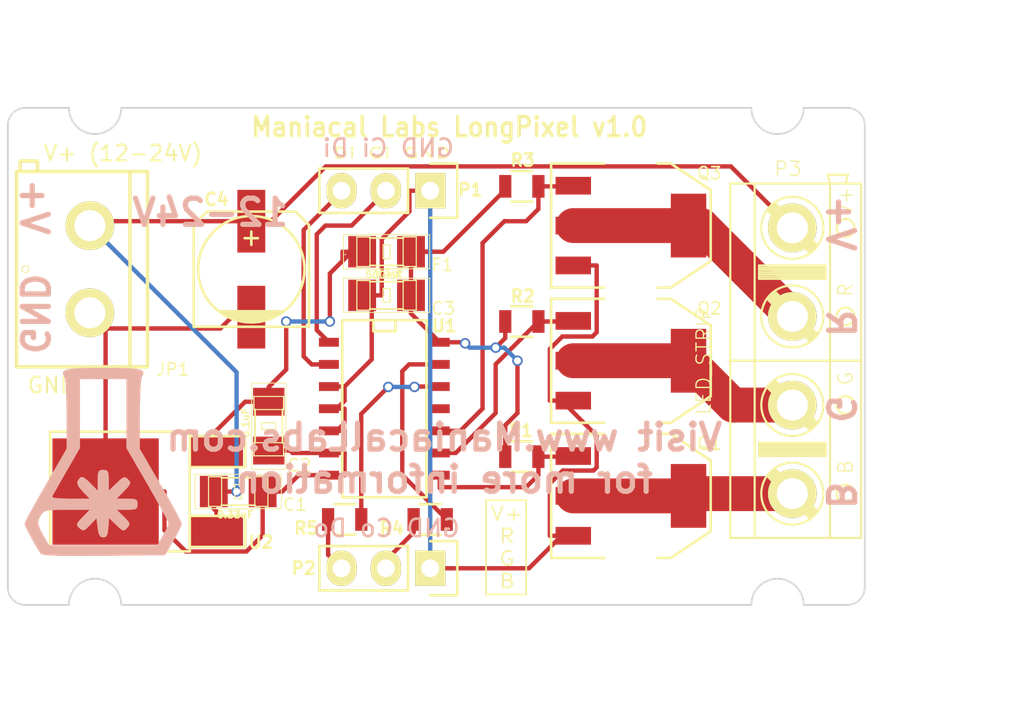
<source format=kicad_pcb>
(kicad_pcb (version 20171130) (host pcbnew "(5.1.12)-1")

  (general
    (thickness 1.6)
    (drawings 37)
    (tracks 174)
    (zones 0)
    (modules 20)
    (nets 17)
  )

  (page A4)
  (layers
    (0 F.Cu signal)
    (31 B.Cu signal)
    (32 B.Adhes user)
    (33 F.Adhes user hide)
    (34 B.Paste user)
    (35 F.Paste user)
    (36 B.SilkS user)
    (37 F.SilkS user)
    (38 B.Mask user)
    (39 F.Mask user)
    (40 Dwgs.User user)
    (41 Cmts.User user)
    (42 Eco1.User user)
    (43 Eco2.User user)
    (44 Edge.Cuts user)
    (45 Margin user)
    (46 B.CrtYd user)
    (47 F.CrtYd user hide)
    (48 B.Fab user)
    (49 F.Fab user)
  )

  (setup
    (last_trace_width 0.25)
    (user_trace_width 0.5)
    (user_trace_width 2)
    (user_trace_width 7)
    (trace_clearance 0.2)
    (zone_clearance 0.4)
    (zone_45_only no)
    (trace_min 0.2)
    (via_size 0.6)
    (via_drill 0.4)
    (via_min_size 0.4)
    (via_min_drill 0.3)
    (uvia_size 0.3)
    (uvia_drill 0.1)
    (uvias_allowed no)
    (uvia_min_size 0.2)
    (uvia_min_drill 0.1)
    (edge_width 0.1)
    (segment_width 0.1)
    (pcb_text_width 0.3)
    (pcb_text_size 1.5 1.5)
    (mod_edge_width 0.15)
    (mod_text_size 1 1)
    (mod_text_width 0.15)
    (pad_size 1.5 1.5)
    (pad_drill 0.6)
    (pad_to_mask_clearance 0)
    (aux_axis_origin 0 0)
    (visible_elements 7FFEFFFF)
    (pcbplotparams
      (layerselection 0x010f0_80000001)
      (usegerberextensions false)
      (usegerberattributes true)
      (usegerberadvancedattributes true)
      (creategerberjobfile true)
      (excludeedgelayer true)
      (linewidth 0.100000)
      (plotframeref false)
      (viasonmask false)
      (mode 1)
      (useauxorigin false)
      (hpglpennumber 1)
      (hpglpenspeed 20)
      (hpglpendiameter 15.000000)
      (psnegative false)
      (psa4output false)
      (plotreference true)
      (plotvalue false)
      (plotinvisibletext false)
      (padsonsilk false)
      (subtractmaskfromsilk false)
      (outputformat 1)
      (mirror false)
      (drillshape 0)
      (scaleselection 1)
      (outputdirectory "gerberMini/"))
  )

  (net 0 "")
  (net 1 12V)
  (net 2 GND)
  (net 3 5V)
  (net 4 CKI)
  (net 5 SDI)
  (net 6 CKO)
  (net 7 SDO)
  (net 8 "Net-(P3-Pad4)")
  (net 9 "Net-(P3-Pad3)")
  (net 10 "Net-(P3-Pad2)")
  (net 11 "Net-(Q1-Pad1)")
  (net 12 "Net-(Q2-Pad1)")
  (net 13 "Net-(Q3-Pad1)")
  (net 14 +5V)
  (net 15 "Net-(P2-Pad2)")
  (net 16 "Net-(P2-Pad3)")

  (net_class Default "This is the default net class."
    (clearance 0.2)
    (trace_width 0.25)
    (via_dia 0.6)
    (via_drill 0.4)
    (uvia_dia 0.3)
    (uvia_drill 0.1)
    (add_net +5V)
    (add_net 12V)
    (add_net 5V)
    (add_net CKI)
    (add_net CKO)
    (add_net GND)
    (add_net "Net-(P2-Pad2)")
    (add_net "Net-(P2-Pad3)")
    (add_net "Net-(P3-Pad2)")
    (add_net "Net-(P3-Pad3)")
    (add_net "Net-(P3-Pad4)")
    (add_net "Net-(Q1-Pad1)")
    (add_net "Net-(Q2-Pad1)")
    (add_net "Net-(Q3-Pad1)")
    (add_net SDI)
    (add_net SDO)
  )

  (net_class 12VCap ""
    (clearance 0.2)
    (trace_width 1)
    (via_dia 0.6)
    (via_drill 0.4)
    (uvia_dia 0.3)
    (uvia_drill 0.1)
  )

  (module ML_Kicad_Footprints:ML_SparkFun-1206 (layer F.Cu) (tedit 55EB8FD6) (tstamp 55EA29DC)
    (at 50.5 39)
    (path /556A4134)
    (attr smd)
    (fp_text reference C1 (at 3.25 0.75) (layer F.SilkS)
      (effects (font (size 0.7 0.7) (thickness 0.0889)))
    )
    (fp_text value 0.33uF (at -0.1778 1.3208) (layer F.SilkS)
      (effects (font (size 0.4064 0.4064) (thickness 0.0889)))
    )
    (fp_line (start -1.7018 0.8509) (end -0.94996 0.8509) (layer F.SilkS) (width 0.06604))
    (fp_line (start -0.94996 0.8509) (end -0.94996 -0.84836) (layer F.SilkS) (width 0.06604))
    (fp_line (start -1.7018 -0.84836) (end -0.94996 -0.84836) (layer F.SilkS) (width 0.06604))
    (fp_line (start -1.7018 0.8509) (end -1.7018 -0.84836) (layer F.SilkS) (width 0.06604))
    (fp_line (start 0.94996 0.84836) (end 1.7018 0.84836) (layer F.SilkS) (width 0.06604))
    (fp_line (start 1.7018 0.84836) (end 1.7018 -0.8509) (layer F.SilkS) (width 0.06604))
    (fp_line (start 0.94996 -0.8509) (end 1.7018 -0.8509) (layer F.SilkS) (width 0.06604))
    (fp_line (start 0.94996 0.84836) (end 0.94996 -0.8509) (layer F.SilkS) (width 0.06604))
    (fp_line (start -0.19812 0.39878) (end 0.19812 0.39878) (layer F.SilkS) (width 0.06604))
    (fp_line (start 0.19812 0.39878) (end 0.19812 -0.39878) (layer F.SilkS) (width 0.06604))
    (fp_line (start -0.19812 -0.39878) (end 0.19812 -0.39878) (layer F.SilkS) (width 0.06604))
    (fp_line (start -0.19812 0.39878) (end -0.19812 -0.39878) (layer F.SilkS) (width 0.06604))
    (fp_line (start -2.47142 -0.98298) (end 2.47142 -0.98298) (layer F.SilkS) (width 0.0508))
    (fp_line (start 2.47142 0.98298) (end -2.47142 0.98298) (layer F.SilkS) (width 0.0508))
    (fp_line (start -2.47142 0.98298) (end -2.47142 -0.98298) (layer F.SilkS) (width 0.0508))
    (fp_line (start 2.47142 -0.98298) (end 2.47142 0.98298) (layer F.SilkS) (width 0.0508))
    (fp_line (start -0.96266 -0.78486) (end 0.96266 -0.78486) (layer F.SilkS) (width 0.1016))
    (fp_line (start -0.96266 0.78486) (end 0.96266 0.78486) (layer F.SilkS) (width 0.1016))
    (pad 1 smd rect (at -1.39954 0) (size 1.59766 1.79832) (layers F.Cu F.Paste F.Mask)
      (net 1 12V))
    (pad 2 smd rect (at 1.39954 0) (size 1.59766 1.79832) (layers F.Cu F.Paste F.Mask)
      (net 2 GND))
  )

  (module ML_Kicad_Footprints:ML_SparkFun-1206 (layer F.Cu) (tedit 55EB8FD5) (tstamp 55EA29F4)
    (at 52.25 35.25 270)
    (path /556A40EF)
    (attr smd)
    (fp_text reference C2 (at 2.25 -1.75) (layer F.SilkS)
      (effects (font (size 0.7 0.7) (thickness 0.0889)))
    )
    (fp_text value 0.1uF (at -0.1778 1.3208 270) (layer F.SilkS)
      (effects (font (size 0.4064 0.4064) (thickness 0.0889)))
    )
    (fp_line (start -1.7018 0.8509) (end -0.94996 0.8509) (layer F.SilkS) (width 0.06604))
    (fp_line (start -0.94996 0.8509) (end -0.94996 -0.84836) (layer F.SilkS) (width 0.06604))
    (fp_line (start -1.7018 -0.84836) (end -0.94996 -0.84836) (layer F.SilkS) (width 0.06604))
    (fp_line (start -1.7018 0.8509) (end -1.7018 -0.84836) (layer F.SilkS) (width 0.06604))
    (fp_line (start 0.94996 0.84836) (end 1.7018 0.84836) (layer F.SilkS) (width 0.06604))
    (fp_line (start 1.7018 0.84836) (end 1.7018 -0.8509) (layer F.SilkS) (width 0.06604))
    (fp_line (start 0.94996 -0.8509) (end 1.7018 -0.8509) (layer F.SilkS) (width 0.06604))
    (fp_line (start 0.94996 0.84836) (end 0.94996 -0.8509) (layer F.SilkS) (width 0.06604))
    (fp_line (start -0.19812 0.39878) (end 0.19812 0.39878) (layer F.SilkS) (width 0.06604))
    (fp_line (start 0.19812 0.39878) (end 0.19812 -0.39878) (layer F.SilkS) (width 0.06604))
    (fp_line (start -0.19812 -0.39878) (end 0.19812 -0.39878) (layer F.SilkS) (width 0.06604))
    (fp_line (start -0.19812 0.39878) (end -0.19812 -0.39878) (layer F.SilkS) (width 0.06604))
    (fp_line (start -2.47142 -0.98298) (end 2.47142 -0.98298) (layer F.SilkS) (width 0.0508))
    (fp_line (start 2.47142 0.98298) (end -2.47142 0.98298) (layer F.SilkS) (width 0.0508))
    (fp_line (start -2.47142 0.98298) (end -2.47142 -0.98298) (layer F.SilkS) (width 0.0508))
    (fp_line (start 2.47142 -0.98298) (end 2.47142 0.98298) (layer F.SilkS) (width 0.0508))
    (fp_line (start -0.96266 -0.78486) (end 0.96266 -0.78486) (layer F.SilkS) (width 0.1016))
    (fp_line (start -0.96266 0.78486) (end 0.96266 0.78486) (layer F.SilkS) (width 0.1016))
    (pad 1 smd rect (at -1.39954 0 270) (size 1.59766 1.79832) (layers F.Cu F.Paste F.Mask)
      (net 14 +5V))
    (pad 2 smd rect (at 1.39954 0 270) (size 1.59766 1.79832) (layers F.Cu F.Paste F.Mask)
      (net 2 GND))
  )

  (module ML_Kicad_Footprints:ML_SparkFun-1206 (layer F.Cu) (tedit 55EB8FF6) (tstamp 55EA2A0C)
    (at 59 27.75 180)
    (path /5569E907)
    (attr smd)
    (fp_text reference C3 (at -3.25 -0.75 180) (layer F.SilkS)
      (effects (font (size 0.7 0.7) (thickness 0.0889)))
    )
    (fp_text value 0.1uF (at -0.1778 1.3208 180) (layer F.SilkS)
      (effects (font (size 0.4064 0.4064) (thickness 0.0889)))
    )
    (fp_line (start -1.7018 0.8509) (end -0.94996 0.8509) (layer F.SilkS) (width 0.06604))
    (fp_line (start -0.94996 0.8509) (end -0.94996 -0.84836) (layer F.SilkS) (width 0.06604))
    (fp_line (start -1.7018 -0.84836) (end -0.94996 -0.84836) (layer F.SilkS) (width 0.06604))
    (fp_line (start -1.7018 0.8509) (end -1.7018 -0.84836) (layer F.SilkS) (width 0.06604))
    (fp_line (start 0.94996 0.84836) (end 1.7018 0.84836) (layer F.SilkS) (width 0.06604))
    (fp_line (start 1.7018 0.84836) (end 1.7018 -0.8509) (layer F.SilkS) (width 0.06604))
    (fp_line (start 0.94996 -0.8509) (end 1.7018 -0.8509) (layer F.SilkS) (width 0.06604))
    (fp_line (start 0.94996 0.84836) (end 0.94996 -0.8509) (layer F.SilkS) (width 0.06604))
    (fp_line (start -0.19812 0.39878) (end 0.19812 0.39878) (layer F.SilkS) (width 0.06604))
    (fp_line (start 0.19812 0.39878) (end 0.19812 -0.39878) (layer F.SilkS) (width 0.06604))
    (fp_line (start -0.19812 -0.39878) (end 0.19812 -0.39878) (layer F.SilkS) (width 0.06604))
    (fp_line (start -0.19812 0.39878) (end -0.19812 -0.39878) (layer F.SilkS) (width 0.06604))
    (fp_line (start -2.47142 -0.98298) (end 2.47142 -0.98298) (layer F.SilkS) (width 0.0508))
    (fp_line (start 2.47142 0.98298) (end -2.47142 0.98298) (layer F.SilkS) (width 0.0508))
    (fp_line (start -2.47142 0.98298) (end -2.47142 -0.98298) (layer F.SilkS) (width 0.0508))
    (fp_line (start 2.47142 -0.98298) (end 2.47142 0.98298) (layer F.SilkS) (width 0.0508))
    (fp_line (start -0.96266 -0.78486) (end 0.96266 -0.78486) (layer F.SilkS) (width 0.1016))
    (fp_line (start -0.96266 0.78486) (end 0.96266 0.78486) (layer F.SilkS) (width 0.1016))
    (pad 1 smd rect (at -1.39954 0 180) (size 1.59766 1.79832) (layers F.Cu F.Paste F.Mask)
      (net 3 5V))
    (pad 2 smd rect (at 1.39954 0 180) (size 1.59766 1.79832) (layers F.Cu F.Paste F.Mask)
      (net 2 GND))
  )

  (module Capacitors_SMD:c_elec_6.3x5.3 (layer F.Cu) (tedit 55EB8A0B) (tstamp 55EA2A24)
    (at 51.25 26.25 90)
    (descr "SMT capacitor, aluminium electrolytic, 6.3x5.3")
    (path /55E77950)
    (attr smd)
    (fp_text reference C4 (at 4 -2 180) (layer F.SilkS)
      (effects (font (size 0.7 0.7) (thickness 0.15)))
    )
    (fp_text value CP (at 0 4.445 90) (layer F.Fab)
      (effects (font (size 1 1) (thickness 0.15)))
    )
    (fp_line (start -4.85 -3.65) (end 4.85 -3.65) (layer F.CrtYd) (width 0.05))
    (fp_line (start 4.85 -3.65) (end 4.85 3.65) (layer F.CrtYd) (width 0.05))
    (fp_line (start 4.85 3.65) (end -4.85 3.65) (layer F.CrtYd) (width 0.05))
    (fp_line (start -4.85 3.65) (end -4.85 -3.65) (layer F.CrtYd) (width 0.05))
    (fp_line (start -2.921 -0.762) (end -2.921 0.762) (layer F.SilkS) (width 0.15))
    (fp_line (start -2.794 1.143) (end -2.794 -1.143) (layer F.SilkS) (width 0.15))
    (fp_line (start -2.667 -1.397) (end -2.667 1.397) (layer F.SilkS) (width 0.15))
    (fp_line (start -2.54 1.651) (end -2.54 -1.651) (layer F.SilkS) (width 0.15))
    (fp_line (start -2.413 -1.778) (end -2.413 1.778) (layer F.SilkS) (width 0.15))
    (fp_line (start -3.302 -3.302) (end -3.302 3.302) (layer F.SilkS) (width 0.15))
    (fp_line (start -3.302 3.302) (end 2.54 3.302) (layer F.SilkS) (width 0.15))
    (fp_line (start 2.54 3.302) (end 3.302 2.54) (layer F.SilkS) (width 0.15))
    (fp_line (start 3.302 2.54) (end 3.302 -2.54) (layer F.SilkS) (width 0.15))
    (fp_line (start 3.302 -2.54) (end 2.54 -3.302) (layer F.SilkS) (width 0.15))
    (fp_line (start 2.54 -3.302) (end -3.302 -3.302) (layer F.SilkS) (width 0.15))
    (fp_line (start 2.159 0) (end 1.397 0) (layer F.SilkS) (width 0.15))
    (fp_line (start 1.778 -0.381) (end 1.778 0.381) (layer F.SilkS) (width 0.15))
    (fp_circle (center 0 0) (end -3.048 0) (layer F.SilkS) (width 0.15))
    (pad 1 smd rect (at 2.75082 0 90) (size 3.59918 1.6002) (layers F.Cu F.Paste F.Mask)
      (net 1 12V))
    (pad 2 smd rect (at -2.75082 0 90) (size 3.59918 1.6002) (layers F.Cu F.Paste F.Mask)
      (net 2 GND))
    (model Capacitors_SMD.3dshapes/c_elec_6.3x5.3.wrl
      (at (xyz 0 0 0))
      (scale (xyz 1 1 1))
      (rotate (xyz 0 0 0))
    )
  )

  (module ML_Kicad_Footprints:ML_SparkFun-SCREWTERMINAL-5MM-2 (layer F.Cu) (tedit 55EB9005) (tstamp 55EA2A45)
    (at 42 28.75 90)
    (path /5559186C)
    (attr virtual)
    (fp_text reference JP1 (at -3.25 4.75 180) (layer F.SilkS)
      (effects (font (size 0.7 0.7) (thickness 0.0889)))
    )
    (fp_text value 12V_IN (at -0.0508 -1.4732 90) (layer F.SilkS) hide
      (effects (font (size 0.4064 0.4064) (thickness 0.0889)))
    )
    (fp_line (start -3.0988 -4.19862) (end 8.09752 -4.19862) (layer F.SilkS) (width 0.2032))
    (fp_line (start 8.09752 -4.19862) (end 8.09752 2.2987) (layer F.SilkS) (width 0.2032))
    (fp_line (start 8.09752 2.2987) (end 8.09752 3.29946) (layer F.SilkS) (width 0.2032))
    (fp_line (start 8.09752 3.29946) (end -3.0988 3.29946) (layer F.SilkS) (width 0.2032))
    (fp_line (start -3.0988 3.29946) (end -3.0988 2.2987) (layer F.SilkS) (width 0.2032))
    (fp_line (start -3.0988 2.2987) (end -3.0988 -4.19862) (layer F.SilkS) (width 0.2032))
    (fp_line (start 8.09752 2.2987) (end -3.0988 2.2987) (layer F.SilkS) (width 0.2032))
    (fp_line (start -3.0988 1.34874) (end -3.69824 1.34874) (layer F.SilkS) (width 0.2032))
    (fp_line (start -3.69824 1.34874) (end -3.69824 2.3495) (layer F.SilkS) (width 0.2032))
    (fp_line (start -3.69824 2.3495) (end -3.0988 2.3495) (layer F.SilkS) (width 0.2032))
    (fp_line (start 8.09752 -3.99796) (end 8.6995 -3.99796) (layer F.SilkS) (width 0.2032))
    (fp_line (start 8.6995 -3.99796) (end 8.6995 -2.99974) (layer F.SilkS) (width 0.2032))
    (fp_line (start 8.6995 -2.99974) (end 8.09752 -2.99974) (layer F.SilkS) (width 0.2032))
    (fp_circle (center 2.49936 -3.69824) (end 2.63906 -3.83794) (layer F.SilkS) (width 0.0635))
    (pad 1 thru_hole rect (at 0 0 90) (size 2.032 0) (drill 1.29794) (layers *.Cu F.Paste F.SilkS F.Mask)
      (net 2 GND))
    (pad 2 thru_hole circle (at 4.99872 0 90) (size 2.79 2.79) (drill 1.778) (layers *.Cu *.Mask F.Paste F.SilkS)
      (net 1 12V))
    (pad 1 thru_hole circle (at 0 0 90) (size 2.79 2.79) (drill 1.778) (layers *.Cu *.Mask F.Paste F.SilkS)
      (net 2 GND))
  )

  (module Pin_Headers:Pin_Header_Straight_1x03 (layer F.Cu) (tedit 55EB8A44) (tstamp 55EA2A57)
    (at 61.5 21.75 270)
    (descr "Through hole pin header")
    (tags "pin header")
    (path /55591930)
    (fp_text reference P1 (at -0.05 -2.3) (layer F.SilkS)
      (effects (font (size 0.7 0.7) (thickness 0.15)))
    )
    (fp_text value GNDCLKDATA_IN (at 0 -3.1 270) (layer F.Fab)
      (effects (font (size 1 1) (thickness 0.15)))
    )
    (fp_line (start -1.75 -1.75) (end -1.75 6.85) (layer F.CrtYd) (width 0.05))
    (fp_line (start 1.75 -1.75) (end 1.75 6.85) (layer F.CrtYd) (width 0.05))
    (fp_line (start -1.75 -1.75) (end 1.75 -1.75) (layer F.CrtYd) (width 0.05))
    (fp_line (start -1.75 6.85) (end 1.75 6.85) (layer F.CrtYd) (width 0.05))
    (fp_line (start -1.27 1.27) (end -1.27 6.35) (layer F.SilkS) (width 0.15))
    (fp_line (start -1.27 6.35) (end 1.27 6.35) (layer F.SilkS) (width 0.15))
    (fp_line (start 1.27 6.35) (end 1.27 1.27) (layer F.SilkS) (width 0.15))
    (fp_line (start 1.55 -1.55) (end 1.55 0) (layer F.SilkS) (width 0.15))
    (fp_line (start 1.27 1.27) (end -1.27 1.27) (layer F.SilkS) (width 0.15))
    (fp_line (start -1.55 0) (end -1.55 -1.55) (layer F.SilkS) (width 0.15))
    (fp_line (start -1.55 -1.55) (end 1.55 -1.55) (layer F.SilkS) (width 0.15))
    (pad 1 thru_hole rect (at 0 0 270) (size 2.032 1.7272) (drill 1.016) (layers *.Cu *.Mask F.SilkS)
      (net 2 GND))
    (pad 2 thru_hole oval (at 0 2.54 270) (size 2.032 1.7272) (drill 1.016) (layers *.Cu *.Mask F.SilkS)
      (net 4 CKI))
    (pad 3 thru_hole oval (at 0 5.08 270) (size 2.032 1.7272) (drill 1.016) (layers *.Cu *.Mask F.SilkS)
      (net 5 SDI))
    (model Pin_Headers.3dshapes/Pin_Header_Straight_1x03.wrl
      (offset (xyz 0 -2.539999961853027 0))
      (scale (xyz 1 1 1))
      (rotate (xyz 0 0 90))
    )
  )

  (module Pin_Headers:Pin_Header_Straight_1x03 (layer F.Cu) (tedit 55EB8FEE) (tstamp 55EA2A69)
    (at 61.5 43.4 270)
    (descr "Through hole pin header")
    (tags "pin header")
    (path /55591A27)
    (fp_text reference P2 (at 0 7.25) (layer F.SilkS)
      (effects (font (size 0.7 0.7) (thickness 0.15)))
    )
    (fp_text value GNDCLKDATA_OUT (at 0 -3.1 270) (layer F.Fab)
      (effects (font (size 1 1) (thickness 0.15)))
    )
    (fp_line (start -1.75 -1.75) (end -1.75 6.85) (layer F.CrtYd) (width 0.05))
    (fp_line (start 1.75 -1.75) (end 1.75 6.85) (layer F.CrtYd) (width 0.05))
    (fp_line (start -1.75 -1.75) (end 1.75 -1.75) (layer F.CrtYd) (width 0.05))
    (fp_line (start -1.75 6.85) (end 1.75 6.85) (layer F.CrtYd) (width 0.05))
    (fp_line (start -1.27 1.27) (end -1.27 6.35) (layer F.SilkS) (width 0.15))
    (fp_line (start -1.27 6.35) (end 1.27 6.35) (layer F.SilkS) (width 0.15))
    (fp_line (start 1.27 6.35) (end 1.27 1.27) (layer F.SilkS) (width 0.15))
    (fp_line (start 1.55 -1.55) (end 1.55 0) (layer F.SilkS) (width 0.15))
    (fp_line (start 1.27 1.27) (end -1.27 1.27) (layer F.SilkS) (width 0.15))
    (fp_line (start -1.55 0) (end -1.55 -1.55) (layer F.SilkS) (width 0.15))
    (fp_line (start -1.55 -1.55) (end 1.55 -1.55) (layer F.SilkS) (width 0.15))
    (pad 1 thru_hole rect (at 0 0 270) (size 2.032 1.7272) (drill 1.016) (layers *.Cu *.Mask F.SilkS)
      (net 2 GND))
    (pad 2 thru_hole oval (at 0 2.54 270) (size 2.032 1.7272) (drill 1.016) (layers *.Cu *.Mask F.SilkS)
      (net 15 "Net-(P2-Pad2)"))
    (pad 3 thru_hole oval (at 0 5.08 270) (size 2.032 1.7272) (drill 1.016) (layers *.Cu *.Mask F.SilkS)
      (net 16 "Net-(P2-Pad3)"))
    (model Pin_Headers.3dshapes/Pin_Header_Straight_1x03.wrl
      (offset (xyz 0 -2.539999961853027 0))
      (scale (xyz 1 1 1))
      (rotate (xyz 0 0 90))
    )
  )

  (module ab2_terminal_block:AB2_TB_04_RA_5.08MM_L-BLU (layer F.Cu) (tedit 5647CCBF) (tstamp 55EA2AB2)
    (at 82.25 31.5 270)
    (path /5564FBB3)
    (fp_text reference P3 (at -11 0.25) (layer F.SilkS)
      (effects (font (size 0.8128 0.8128) (thickness 0.0762)))
    )
    (fp_text value LED_STRIP (at 0 5.08 270) (layer F.SilkS)
      (effects (font (size 0.8128 0.8128) (thickness 0.0762)))
    )
    (fp_circle (center 2.54 0) (end 2.54 -1.778) (layer F.SilkS) (width 0.127))
    (fp_circle (center 7.62 0) (end 7.62 -1.778) (layer F.SilkS) (width 0.127))
    (fp_circle (center 2.54 -3.048) (end 2.54 -3.556) (layer F.SilkS) (width 0.127))
    (fp_circle (center 7.62 -3.048) (end 7.62 -3.556) (layer F.SilkS) (width 0.127))
    (fp_circle (center -2.54 -3.048) (end -2.54 -3.556) (layer F.SilkS) (width 0.127))
    (fp_circle (center -7.62 -3.048) (end -7.62 -3.556) (layer F.SilkS) (width 0.127))
    (fp_circle (center -2.54 0) (end -2.54 -1.778) (layer F.SilkS) (width 0.127))
    (fp_circle (center -7.62 0) (end -7.62 -1.778) (layer F.SilkS) (width 0.127))
    (fp_line (start -10.668 -3.175) (end -10.16 -3.048) (layer F.SilkS) (width 0.127))
    (fp_line (start -10.668 -2.032) (end -10.668 -3.175) (layer F.SilkS) (width 0.127))
    (fp_line (start -10.16 -2.159) (end -10.668 -2.032) (layer F.SilkS) (width 0.127))
    (fp_line (start 4.699 1.905) (end 4.699 -1.905) (layer F.SilkS) (width 0.127))
    (fp_line (start 5.461 1.905) (end 4.699 1.905) (layer F.SilkS) (width 0.127))
    (fp_line (start 5.461 -1.905) (end 5.461 1.905) (layer F.SilkS) (width 0.127))
    (fp_line (start 4.699 -1.905) (end 5.461 -1.905) (layer F.SilkS) (width 0.127))
    (fp_line (start 4.826 -1.905) (end 4.826 1.905) (layer F.SilkS) (width 0.127))
    (fp_line (start 4.953 -1.905) (end 4.953 1.905) (layer F.SilkS) (width 0.127))
    (fp_line (start 5.08 -1.905) (end 5.08 1.905) (layer F.SilkS) (width 0.127))
    (fp_line (start 5.207 -1.905) (end 5.207 1.905) (layer F.SilkS) (width 0.127))
    (fp_line (start 5.334 -1.905) (end 5.334 1.905) (layer F.SilkS) (width 0.127))
    (fp_line (start 0 2.159) (end 0 -2.159) (layer F.SilkS) (width 0.127))
    (fp_line (start 10.16 2.159) (end 0 2.159) (layer F.SilkS) (width 0.127))
    (fp_line (start 10.16 -2.159) (end 10.16 2.159) (layer F.SilkS) (width 0.127))
    (fp_line (start 0 -2.159) (end 10.16 -2.159) (layer F.SilkS) (width 0.127))
    (fp_line (start 1.397 1.143) (end 3.683 -1.143) (layer F.SilkS) (width 0.381))
    (fp_line (start 3.81 -1.016) (end 1.524 1.27) (layer F.SilkS) (width 0.381))
    (fp_line (start 1.27 1.016) (end 3.556 -1.27) (layer F.SilkS) (width 0.381))
    (fp_line (start 6.35 1.016) (end 8.636 -1.27) (layer F.SilkS) (width 0.381))
    (fp_line (start 8.89 -1.016) (end 6.604 1.27) (layer F.SilkS) (width 0.381))
    (fp_line (start 6.477 1.143) (end 8.763 -1.143) (layer F.SilkS) (width 0.381))
    (fp_line (start 10.16 3.556) (end 10.16 2.159) (layer F.SilkS) (width 0.127))
    (fp_line (start 0 3.556) (end 10.16 3.556) (layer F.SilkS) (width 0.127))
    (fp_line (start 0 2.159) (end 0 3.556) (layer F.SilkS) (width 0.127))
    (fp_line (start 10.16 -3.937) (end 10.16 -2.159) (layer F.SilkS) (width 0.127))
    (fp_line (start 0 -3.937) (end 10.16 -3.937) (layer F.SilkS) (width 0.127))
    (fp_line (start 0 -2.159) (end 0 -3.937) (layer F.SilkS) (width 0.127))
    (fp_line (start -10.16 -2.159) (end -10.16 -3.937) (layer F.SilkS) (width 0.127))
    (fp_line (start -10.16 -3.937) (end 0 -3.937) (layer F.SilkS) (width 0.127))
    (fp_line (start 0 -3.937) (end 0 -2.159) (layer F.SilkS) (width 0.127))
    (fp_line (start -10.16 2.159) (end -10.16 3.556) (layer F.SilkS) (width 0.127))
    (fp_line (start -10.16 3.556) (end 0 3.556) (layer F.SilkS) (width 0.127))
    (fp_line (start 0 3.556) (end 0 2.159) (layer F.SilkS) (width 0.127))
    (fp_line (start -3.683 1.143) (end -1.397 -1.143) (layer F.SilkS) (width 0.381))
    (fp_line (start -1.27 -1.016) (end -3.556 1.27) (layer F.SilkS) (width 0.381))
    (fp_line (start -3.81 1.016) (end -1.524 -1.27) (layer F.SilkS) (width 0.381))
    (fp_line (start -8.89 1.016) (end -6.604 -1.27) (layer F.SilkS) (width 0.381))
    (fp_line (start -6.35 -1.016) (end -8.636 1.27) (layer F.SilkS) (width 0.381))
    (fp_line (start -8.763 1.143) (end -6.477 -1.143) (layer F.SilkS) (width 0.381))
    (fp_line (start -10.16 -2.159) (end 0 -2.159) (layer F.SilkS) (width 0.127))
    (fp_line (start 0 -2.159) (end 0 2.159) (layer F.SilkS) (width 0.127))
    (fp_line (start 0 2.159) (end -10.16 2.159) (layer F.SilkS) (width 0.127))
    (fp_line (start -10.16 2.159) (end -10.16 -2.159) (layer F.SilkS) (width 0.127))
    (fp_line (start -4.826 -1.905) (end -4.826 1.905) (layer F.SilkS) (width 0.127))
    (fp_line (start -4.953 -1.905) (end -4.953 1.905) (layer F.SilkS) (width 0.127))
    (fp_line (start -5.08 -1.905) (end -5.08 1.905) (layer F.SilkS) (width 0.127))
    (fp_line (start -5.207 -1.905) (end -5.207 1.905) (layer F.SilkS) (width 0.127))
    (fp_line (start -5.334 -1.905) (end -5.334 1.905) (layer F.SilkS) (width 0.127))
    (fp_line (start -5.461 -1.905) (end -4.699 -1.905) (layer F.SilkS) (width 0.127))
    (fp_line (start -4.699 -1.905) (end -4.699 1.905) (layer F.SilkS) (width 0.127))
    (fp_line (start -4.699 1.905) (end -5.461 1.905) (layer F.SilkS) (width 0.127))
    (fp_line (start -5.461 1.905) (end -5.461 -1.905) (layer F.SilkS) (width 0.127))
    (fp_text user G (at 1.016 -3.048 270) (layer F.SilkS)
      (effects (font (size 0.8128 0.8128) (thickness 0.0762)))
    )
    (fp_text user B (at 6.096 -3.048 270) (layer F.SilkS)
      (effects (font (size 0.8128 0.8128) (thickness 0.0762)))
    )
    (fp_text user R (at -4.064 -3.048 270) (layer F.SilkS)
      (effects (font (size 0.8128 0.8128) (thickness 0.0762)))
    )
    (fp_text user V+ (at -9.144 -3.048 270) (layer F.SilkS)
      (effects (font (size 0.8128 0.8128) (thickness 0.0762)))
    )
    (pad 4 thru_hole circle (at 7.62 0 270) (size 2.794 2.794) (drill 1.778) (layers *.Cu *.Mask F.SilkS)
      (net 8 "Net-(P3-Pad4)"))
    (pad 3 thru_hole circle (at 2.54 0 270) (size 2.794 2.794) (drill 1.778) (layers *.Cu *.Mask F.SilkS)
      (net 9 "Net-(P3-Pad3)"))
    (pad 1 thru_hole circle (at -7.62 0 270) (size 2.794 2.794) (drill 1.778) (layers *.Cu *.Mask F.SilkS)
      (net 1 12V))
    (pad 2 thru_hole circle (at -2.54 0 270) (size 2.794 2.794) (drill 1.778) (layers *.Cu *.Mask F.SilkS)
      (net 10 "Net-(P3-Pad2)"))
    (model ../3d_models/ab2_terminal_block/AB2_TB_02_RA_5MM-BLU.wrl
      (offset (xyz -5.079999923706055 0 0))
      (scale (xyz 0.3937 0.3937 0.3937))
      (rotate (xyz 0 0 0))
    )
    (model ../3d_models/ab2_terminal_block/AB2_TB_02_RA_5MM-BLU.wrl
      (offset (xyz 5.079999923706055 0 0))
      (scale (xyz 0.3937 0.3937 0.3937))
      (rotate (xyz 0 0 0))
    )
  )

  (module Resistors_SMD:R_0805 (layer F.Cu) (tedit 55EB89EF) (tstamp 55EA2ABE)
    (at 66.75 37)
    (descr "Resistor SMD 0805, reflow soldering, Vishay (see dcrcw.pdf)")
    (tags "resistor 0805")
    (path /5559100A)
    (attr smd)
    (fp_text reference R1 (at -0.05 -1.5) (layer F.SilkS)
      (effects (font (size 0.7 0.7) (thickness 0.15)))
    )
    (fp_text value 10K (at 0 2.1) (layer F.Fab)
      (effects (font (size 1 1) (thickness 0.15)))
    )
    (fp_line (start -1.6 -1) (end 1.6 -1) (layer F.CrtYd) (width 0.05))
    (fp_line (start -1.6 1) (end 1.6 1) (layer F.CrtYd) (width 0.05))
    (fp_line (start -1.6 -1) (end -1.6 1) (layer F.CrtYd) (width 0.05))
    (fp_line (start 1.6 -1) (end 1.6 1) (layer F.CrtYd) (width 0.05))
    (fp_line (start 0.6 0.875) (end -0.6 0.875) (layer F.SilkS) (width 0.15))
    (fp_line (start -0.6 -0.875) (end 0.6 -0.875) (layer F.SilkS) (width 0.15))
    (pad 1 smd rect (at -0.95 0) (size 0.7 1.3) (layers F.Cu F.Paste F.Mask)
      (net 3 5V))
    (pad 2 smd rect (at 0.95 0) (size 0.7 1.3) (layers F.Cu F.Paste F.Mask)
      (net 11 "Net-(Q1-Pad1)"))
    (model Resistors_SMD.3dshapes/R_0805.wrl
      (at (xyz 0 0 0))
      (scale (xyz 1 1 1))
      (rotate (xyz 0 0 0))
    )
  )

  (module Resistors_SMD:R_0805 (layer F.Cu) (tedit 55EB89E4) (tstamp 55EA2ACA)
    (at 66.75 29.25)
    (descr "Resistor SMD 0805, reflow soldering, Vishay (see dcrcw.pdf)")
    (tags "resistor 0805")
    (path /555914C6)
    (attr smd)
    (fp_text reference R2 (at 0.05 -1.45) (layer F.SilkS)
      (effects (font (size 0.7 0.7) (thickness 0.15)))
    )
    (fp_text value 10K (at 0 2.1) (layer F.Fab)
      (effects (font (size 1 1) (thickness 0.15)))
    )
    (fp_line (start -1.6 -1) (end 1.6 -1) (layer F.CrtYd) (width 0.05))
    (fp_line (start -1.6 1) (end 1.6 1) (layer F.CrtYd) (width 0.05))
    (fp_line (start -1.6 -1) (end -1.6 1) (layer F.CrtYd) (width 0.05))
    (fp_line (start 1.6 -1) (end 1.6 1) (layer F.CrtYd) (width 0.05))
    (fp_line (start 0.6 0.875) (end -0.6 0.875) (layer F.SilkS) (width 0.15))
    (fp_line (start -0.6 -0.875) (end 0.6 -0.875) (layer F.SilkS) (width 0.15))
    (pad 1 smd rect (at -0.95 0) (size 0.7 1.3) (layers F.Cu F.Paste F.Mask)
      (net 3 5V))
    (pad 2 smd rect (at 0.95 0) (size 0.7 1.3) (layers F.Cu F.Paste F.Mask)
      (net 12 "Net-(Q2-Pad1)"))
    (model Resistors_SMD.3dshapes/R_0805.wrl
      (at (xyz 0 0 0))
      (scale (xyz 1 1 1))
      (rotate (xyz 0 0 0))
    )
  )

  (module Resistors_SMD:R_0805 (layer F.Cu) (tedit 55EB8A77) (tstamp 55EA2AD6)
    (at 66.75 21.5)
    (descr "Resistor SMD 0805, reflow soldering, Vishay (see dcrcw.pdf)")
    (tags "resistor 0805")
    (path /55591518)
    (attr smd)
    (fp_text reference R3 (at 0.05 -1.5) (layer F.SilkS)
      (effects (font (size 0.7 0.7) (thickness 0.15)))
    )
    (fp_text value 10K (at 0 2.1) (layer F.Fab)
      (effects (font (size 1 1) (thickness 0.15)))
    )
    (fp_line (start -1.6 -1) (end 1.6 -1) (layer F.CrtYd) (width 0.05))
    (fp_line (start -1.6 1) (end 1.6 1) (layer F.CrtYd) (width 0.05))
    (fp_line (start -1.6 -1) (end -1.6 1) (layer F.CrtYd) (width 0.05))
    (fp_line (start 1.6 -1) (end 1.6 1) (layer F.CrtYd) (width 0.05))
    (fp_line (start 0.6 0.875) (end -0.6 0.875) (layer F.SilkS) (width 0.15))
    (fp_line (start -0.6 -0.875) (end 0.6 -0.875) (layer F.SilkS) (width 0.15))
    (pad 1 smd rect (at -0.95 0) (size 0.7 1.3) (layers F.Cu F.Paste F.Mask)
      (net 3 5V))
    (pad 2 smd rect (at 0.95 0) (size 0.7 1.3) (layers F.Cu F.Paste F.Mask)
      (net 13 "Net-(Q3-Pad1)"))
    (model Resistors_SMD.3dshapes/R_0805.wrl
      (at (xyz 0 0 0))
      (scale (xyz 1 1 1))
      (rotate (xyz 0 0 0))
    )
  )

  (module SMD_Packages:SOIC-14_N (layer F.Cu) (tedit 56A69E8C) (tstamp 55EA2AEF)
    (at 59 34.25 270)
    (descr "Module CMS SOJ 14 pins Large")
    (tags "CMS SOJ")
    (path /55590B1F)
    (attr smd)
    (fp_text reference U1 (at -4.75 -3.3) (layer F.SilkS)
      (effects (font (size 0.7 0.7) (thickness 0.15)))
    )
    (fp_text value WS2801 (at 0 1.27 270) (layer F.Fab)
      (effects (font (size 1 1) (thickness 0.15)))
    )
    (fp_line (start 5.08 -2.286) (end 5.08 2.54) (layer F.SilkS) (width 0.15))
    (fp_line (start 5.08 2.54) (end -5.08 2.54) (layer F.SilkS) (width 0.15))
    (fp_line (start -5.08 2.54) (end -5.08 -2.286) (layer F.SilkS) (width 0.15))
    (fp_line (start -5.08 -2.286) (end 5.08 -2.286) (layer F.SilkS) (width 0.15))
    (fp_line (start -5.08 -0.508) (end -4.445 -0.508) (layer F.SilkS) (width 0.15))
    (fp_line (start -4.445 -0.508) (end -4.445 0.762) (layer F.SilkS) (width 0.15))
    (fp_line (start -4.445 0.762) (end -5.08 0.762) (layer F.SilkS) (width 0.15))
    (pad 1 smd rect (at -3.81 3.302 270) (size 0.508 1.143) (layers F.Cu F.Paste F.Mask)
      (net 4 CKI))
    (pad 2 smd rect (at -2.54 3.302 270) (size 0.508 1.143) (layers F.Cu F.Paste F.Mask)
      (net 5 SDI))
    (pad 3 smd rect (at -1.27 3.302 270) (size 0.508 1.143) (layers F.Cu F.Paste F.Mask)
      (net 2 GND))
    (pad 4 smd rect (at 0 3.302 270) (size 0.508 1.143) (layers F.Cu F.Paste F.Mask)
      (net 2 GND))
    (pad 5 smd rect (at 1.27 3.302 270) (size 0.508 1.143) (layers F.Cu F.Paste F.Mask)
      (net 2 GND))
    (pad 6 smd rect (at 2.54 3.302 270) (size 0.508 1.143) (layers F.Cu F.Paste F.Mask)
      (net 2 GND))
    (pad 7 smd rect (at 3.81 3.302 270) (size 0.508 1.143) (layers F.Cu F.Paste F.Mask)
      (net 2 GND))
    (pad 8 smd rect (at 3.81 -3.048 270) (size 0.508 1.143) (layers F.Cu F.Paste F.Mask)
      (net 11 "Net-(Q1-Pad1)"))
    (pad 9 smd rect (at 2.54 -3.048 270) (size 0.508 1.143) (layers F.Cu F.Paste F.Mask)
      (net 12 "Net-(Q2-Pad1)"))
    (pad 11 smd rect (at 0 -3.048 270) (size 0.508 1.143) (layers F.Cu F.Paste F.Mask))
    (pad 12 smd rect (at -1.27 -3.048 270) (size 0.508 1.143) (layers F.Cu F.Paste F.Mask)
      (net 7 SDO))
    (pad 13 smd rect (at -2.54 -3.048 270) (size 0.508 1.143) (layers F.Cu F.Paste F.Mask)
      (net 6 CKO))
    (pad 14 smd rect (at -3.81 -3.048 270) (size 0.508 1.143) (layers F.Cu F.Paste F.Mask)
      (net 3 5V))
    (pad 10 smd rect (at 1.27 -3.048 270) (size 0.508 1.143) (layers F.Cu F.Paste F.Mask)
      (net 13 "Net-(Q3-Pad1)"))
    (model SMD_Packages.3dshapes/SOIC-14_N.wrl
      (at (xyz 0 0 0))
      (scale (xyz 0.5 0.4 0.5))
      (rotate (xyz 0 0 0))
    )
  )

  (module ML_Kicad_Footprints:ML_DPAK-2 (layer F.Cu) (tedit 55EB8A33) (tstamp 55EA2B01)
    (at 49.25 39 90)
    (descr "MOS boitier DPACK G-D-S")
    (tags "CMD DPACK")
    (path /55590D1A)
    (attr smd)
    (fp_text reference U2 (at -2.9 2.55 180) (layer F.SilkS)
      (effects (font (size 0.7 0.7) (thickness 0.15)))
    )
    (fp_text value L78M05CDT-TR (at 0 -2.413 90) (layer F.Fab)
      (effects (font (size 1 1) (thickness 0.15)))
    )
    (fp_line (start 1.397 -1.524) (end 1.397 1.651) (layer F.SilkS) (width 0.15))
    (fp_line (start 1.397 1.651) (end 3.175 1.651) (layer F.SilkS) (width 0.15))
    (fp_line (start 3.175 1.651) (end 3.175 -1.524) (layer F.SilkS) (width 0.15))
    (fp_line (start -3.175 -1.524) (end -3.175 1.651) (layer F.SilkS) (width 0.15))
    (fp_line (start -3.175 1.651) (end -1.397 1.651) (layer F.SilkS) (width 0.15))
    (fp_line (start -1.397 1.651) (end -1.397 -1.524) (layer F.SilkS) (width 0.15))
    (fp_line (start 3.429 -7.62) (end 3.429 -1.524) (layer F.SilkS) (width 0.15))
    (fp_line (start 3.429 -1.524) (end -3.429 -1.524) (layer F.SilkS) (width 0.15))
    (fp_line (start -3.429 -1.524) (end -3.429 -9.398) (layer F.SilkS) (width 0.15))
    (fp_line (start -3.429 -9.525) (end 3.429 -9.525) (layer F.SilkS) (width 0.15))
    (fp_line (start 3.429 -9.398) (end 3.429 -7.62) (layer F.SilkS) (width 0.15))
    (pad VI smd rect (at -2.286 0 90) (size 1.651 3.048) (layers F.Cu F.Paste F.Mask)
      (net 1 12V))
    (pad GND smd rect (at 0 -6.35 90) (size 6.096 6.096) (layers F.Cu F.Paste F.Mask)
      (net 2 GND))
    (pad VO smd rect (at 2.286 0 90) (size 1.651 3.048) (layers F.Cu F.Paste F.Mask)
      (net 14 +5V))
    (model SMD_Packages.3dshapes/DPAK-2.wrl
      (at (xyz 0 0 0))
      (scale (xyz 1 1 1))
      (rotate (xyz 0 0 0))
    )
  )

  (module TO_SOT_Packages_SMD:SOT-223 (layer F.Cu) (tedit 55EB905B) (tstamp 55EA2D3D)
    (at 73 39.25 270)
    (descr "module CMS SOT223 4 pins")
    (tags "CMS SOT")
    (path /55590E73)
    (attr smd)
    (fp_text reference Q1 (at -3 -4.5) (layer F.SilkS)
      (effects (font (size 0.7 0.7) (thickness 0.1)))
    )
    (fp_text value "Q_NMOS_GDSD FDT457N SOT-223" (at 0 0.762 270) (layer F.Fab)
      (effects (font (size 1 1) (thickness 0.15)))
    )
    (fp_line (start -3.556 1.524) (end -3.556 4.572) (layer F.SilkS) (width 0.15))
    (fp_line (start -3.556 4.572) (end 3.556 4.572) (layer F.SilkS) (width 0.15))
    (fp_line (start 3.556 4.572) (end 3.556 1.524) (layer F.SilkS) (width 0.15))
    (fp_line (start -3.556 -1.524) (end -3.556 -2.286) (layer F.SilkS) (width 0.15))
    (fp_line (start -3.556 -2.286) (end -2.032 -4.572) (layer F.SilkS) (width 0.15))
    (fp_line (start -2.032 -4.572) (end 2.032 -4.572) (layer F.SilkS) (width 0.15))
    (fp_line (start 2.032 -4.572) (end 3.556 -2.286) (layer F.SilkS) (width 0.15))
    (fp_line (start 3.556 -2.286) (end 3.556 -1.524) (layer F.SilkS) (width 0.15))
    (pad 4 smd rect (at 0 -3.302 270) (size 3.6576 2.032) (layers F.Cu F.Paste F.Mask)
      (net 8 "Net-(P3-Pad4)"))
    (pad 2 smd rect (at 0 3.302 270) (size 1.016 2.032) (layers F.Cu F.Paste F.Mask)
      (net 8 "Net-(P3-Pad4)"))
    (pad 3 smd rect (at 2.286 3.302 270) (size 1.016 2.032) (layers F.Cu F.Paste F.Mask)
      (net 2 GND))
    (pad 1 smd rect (at -2.286 3.302 270) (size 1.016 2.032) (layers F.Cu F.Paste F.Mask)
      (net 11 "Net-(Q1-Pad1)"))
    (model TO_SOT_Packages_SMD.3dshapes/SOT-223.wrl
      (at (xyz 0 0 0))
      (scale (xyz 0.4 0.4 0.4))
      (rotate (xyz 0 0 0))
    )
  )

  (module TO_SOT_Packages_SMD:SOT-223 (layer F.Cu) (tedit 55EB9060) (tstamp 55EA2D4D)
    (at 73 31.5 270)
    (descr "module CMS SOT223 4 pins")
    (tags "CMS SOT")
    (path /55590F45)
    (attr smd)
    (fp_text reference Q2 (at -3 -4.5) (layer F.SilkS)
      (effects (font (size 0.7 0.7) (thickness 0.1)))
    )
    (fp_text value "Q_NMOS_GDSD FDT457N SOT-223" (at 0 0.762 270) (layer F.Fab)
      (effects (font (size 1 1) (thickness 0.15)))
    )
    (fp_line (start -3.556 1.524) (end -3.556 4.572) (layer F.SilkS) (width 0.15))
    (fp_line (start -3.556 4.572) (end 3.556 4.572) (layer F.SilkS) (width 0.15))
    (fp_line (start 3.556 4.572) (end 3.556 1.524) (layer F.SilkS) (width 0.15))
    (fp_line (start -3.556 -1.524) (end -3.556 -2.286) (layer F.SilkS) (width 0.15))
    (fp_line (start -3.556 -2.286) (end -2.032 -4.572) (layer F.SilkS) (width 0.15))
    (fp_line (start -2.032 -4.572) (end 2.032 -4.572) (layer F.SilkS) (width 0.15))
    (fp_line (start 2.032 -4.572) (end 3.556 -2.286) (layer F.SilkS) (width 0.15))
    (fp_line (start 3.556 -2.286) (end 3.556 -1.524) (layer F.SilkS) (width 0.15))
    (pad 4 smd rect (at 0 -3.302 270) (size 3.6576 2.032) (layers F.Cu F.Paste F.Mask)
      (net 9 "Net-(P3-Pad3)"))
    (pad 2 smd rect (at 0 3.302 270) (size 1.016 2.032) (layers F.Cu F.Paste F.Mask)
      (net 9 "Net-(P3-Pad3)"))
    (pad 3 smd rect (at 2.286 3.302 270) (size 1.016 2.032) (layers F.Cu F.Paste F.Mask)
      (net 2 GND))
    (pad 1 smd rect (at -2.286 3.302 270) (size 1.016 2.032) (layers F.Cu F.Paste F.Mask)
      (net 12 "Net-(Q2-Pad1)"))
    (model TO_SOT_Packages_SMD.3dshapes/SOT-223.wrl
      (at (xyz 0 0 0))
      (scale (xyz 0.4 0.4 0.4))
      (rotate (xyz 0 0 0))
    )
  )

  (module TO_SOT_Packages_SMD:SOT-223 (layer F.Cu) (tedit 55EB9068) (tstamp 55EA2D5D)
    (at 73 23.75 270)
    (descr "module CMS SOT223 4 pins")
    (tags "CMS SOT")
    (path /55590F6F)
    (attr smd)
    (fp_text reference Q3 (at -3 -4.5) (layer F.SilkS)
      (effects (font (size 0.7 0.7) (thickness 0.1)))
    )
    (fp_text value "Q_NMOS_GDSD FDT457N SOT-223" (at 0 0.762 270) (layer F.Fab)
      (effects (font (size 1 1) (thickness 0.15)))
    )
    (fp_line (start -3.556 1.524) (end -3.556 4.572) (layer F.SilkS) (width 0.15))
    (fp_line (start -3.556 4.572) (end 3.556 4.572) (layer F.SilkS) (width 0.15))
    (fp_line (start 3.556 4.572) (end 3.556 1.524) (layer F.SilkS) (width 0.15))
    (fp_line (start -3.556 -1.524) (end -3.556 -2.286) (layer F.SilkS) (width 0.15))
    (fp_line (start -3.556 -2.286) (end -2.032 -4.572) (layer F.SilkS) (width 0.15))
    (fp_line (start -2.032 -4.572) (end 2.032 -4.572) (layer F.SilkS) (width 0.15))
    (fp_line (start 2.032 -4.572) (end 3.556 -2.286) (layer F.SilkS) (width 0.15))
    (fp_line (start 3.556 -2.286) (end 3.556 -1.524) (layer F.SilkS) (width 0.15))
    (pad 4 smd rect (at 0 -3.302 270) (size 3.6576 2.032) (layers F.Cu F.Paste F.Mask)
      (net 10 "Net-(P3-Pad2)"))
    (pad 2 smd rect (at 0 3.302 270) (size 1.016 2.032) (layers F.Cu F.Paste F.Mask)
      (net 10 "Net-(P3-Pad2)"))
    (pad 3 smd rect (at 2.286 3.302 270) (size 1.016 2.032) (layers F.Cu F.Paste F.Mask)
      (net 2 GND))
    (pad 1 smd rect (at -2.286 3.302 270) (size 1.016 2.032) (layers F.Cu F.Paste F.Mask)
      (net 13 "Net-(Q3-Pad1)"))
    (model TO_SOT_Packages_SMD.3dshapes/SOT-223.wrl
      (at (xyz 0 0 0))
      (scale (xyz 0.4 0.4 0.4))
      (rotate (xyz 0 0 0))
    )
  )

  (module ML_Kicad_Footprints:ML_SparkFun-1206 (layer F.Cu) (tedit 566F4391) (tstamp 566F43AE)
    (at 59 25.25)
    (path /55B7F735)
    (attr smd)
    (fp_text reference F1 (at 3.2 0.75) (layer F.SilkS)
      (effects (font (size 0.7 0.7) (thickness 0.0889)))
    )
    (fp_text value 500mA (at -0.1778 1.3208) (layer F.SilkS)
      (effects (font (size 0.4064 0.4064) (thickness 0.0889)))
    )
    (fp_line (start -1.7018 0.8509) (end -0.94996 0.8509) (layer F.SilkS) (width 0.06604))
    (fp_line (start -0.94996 0.8509) (end -0.94996 -0.84836) (layer F.SilkS) (width 0.06604))
    (fp_line (start -1.7018 -0.84836) (end -0.94996 -0.84836) (layer F.SilkS) (width 0.06604))
    (fp_line (start -1.7018 0.8509) (end -1.7018 -0.84836) (layer F.SilkS) (width 0.06604))
    (fp_line (start 0.94996 0.84836) (end 1.7018 0.84836) (layer F.SilkS) (width 0.06604))
    (fp_line (start 1.7018 0.84836) (end 1.7018 -0.8509) (layer F.SilkS) (width 0.06604))
    (fp_line (start 0.94996 -0.8509) (end 1.7018 -0.8509) (layer F.SilkS) (width 0.06604))
    (fp_line (start 0.94996 0.84836) (end 0.94996 -0.8509) (layer F.SilkS) (width 0.06604))
    (fp_line (start -0.19812 0.39878) (end 0.19812 0.39878) (layer F.SilkS) (width 0.06604))
    (fp_line (start 0.19812 0.39878) (end 0.19812 -0.39878) (layer F.SilkS) (width 0.06604))
    (fp_line (start -0.19812 -0.39878) (end 0.19812 -0.39878) (layer F.SilkS) (width 0.06604))
    (fp_line (start -0.19812 0.39878) (end -0.19812 -0.39878) (layer F.SilkS) (width 0.06604))
    (fp_line (start -2.47142 -0.98298) (end 2.47142 -0.98298) (layer F.SilkS) (width 0.0508))
    (fp_line (start 2.47142 0.98298) (end -2.47142 0.98298) (layer F.SilkS) (width 0.0508))
    (fp_line (start -2.47142 0.98298) (end -2.47142 -0.98298) (layer F.SilkS) (width 0.0508))
    (fp_line (start 2.47142 -0.98298) (end 2.47142 0.98298) (layer F.SilkS) (width 0.0508))
    (fp_line (start -0.96266 -0.78486) (end 0.96266 -0.78486) (layer F.SilkS) (width 0.1016))
    (fp_line (start -0.96266 0.78486) (end 0.96266 0.78486) (layer F.SilkS) (width 0.1016))
    (pad 1 smd rect (at -1.39954 0) (size 1.59766 1.79832) (layers F.Cu F.Paste F.Mask)
      (net 14 +5V))
    (pad 2 smd rect (at 1.39954 0) (size 1.59766 1.79832) (layers F.Cu F.Paste F.Mask)
      (net 3 5V))
  )

  (module Resistors_SMD:R_0805 (layer F.Cu) (tedit 56A6A0E0) (tstamp 56A69BE6)
    (at 61.5 40.6 180)
    (descr "Resistor SMD 0805, reflow soldering, Vishay (see dcrcw.pdf)")
    (tags "resistor 0805")
    (path /56A69D2F)
    (attr smd)
    (fp_text reference R4 (at 2.2 -0.5 180) (layer F.SilkS)
      (effects (font (size 0.7 0.7) (thickness 0.15)))
    )
    (fp_text value 50 (at 0 2.1 180) (layer F.Fab)
      (effects (font (size 1 1) (thickness 0.15)))
    )
    (fp_line (start -1.6 -1) (end 1.6 -1) (layer F.CrtYd) (width 0.05))
    (fp_line (start -1.6 1) (end 1.6 1) (layer F.CrtYd) (width 0.05))
    (fp_line (start -1.6 -1) (end -1.6 1) (layer F.CrtYd) (width 0.05))
    (fp_line (start 1.6 -1) (end 1.6 1) (layer F.CrtYd) (width 0.05))
    (fp_line (start 0.6 0.875) (end -0.6 0.875) (layer F.SilkS) (width 0.15))
    (fp_line (start -0.6 -0.875) (end 0.6 -0.875) (layer F.SilkS) (width 0.15))
    (pad 1 smd rect (at -0.95 0 180) (size 0.7 1.3) (layers F.Cu F.Paste F.Mask)
      (net 6 CKO))
    (pad 2 smd rect (at 0.95 0 180) (size 0.7 1.3) (layers F.Cu F.Paste F.Mask)
      (net 15 "Net-(P2-Pad2)"))
    (model Resistors_SMD.3dshapes/R_0805.wrl
      (at (xyz 0 0 0))
      (scale (xyz 1 1 1))
      (rotate (xyz 0 0 0))
    )
  )

  (module Resistors_SMD:R_0805 (layer F.Cu) (tedit 56A6A0E4) (tstamp 56A69BF2)
    (at 56.6 40.6 180)
    (descr "Resistor SMD 0805, reflow soldering, Vishay (see dcrcw.pdf)")
    (tags "resistor 0805")
    (path /56A69DCF)
    (attr smd)
    (fp_text reference R5 (at 2.2 -0.5 180) (layer F.SilkS)
      (effects (font (size 0.7 0.7) (thickness 0.15)))
    )
    (fp_text value 50 (at 0 2.1 180) (layer F.Fab)
      (effects (font (size 1 1) (thickness 0.15)))
    )
    (fp_line (start -1.6 -1) (end 1.6 -1) (layer F.CrtYd) (width 0.05))
    (fp_line (start -1.6 1) (end 1.6 1) (layer F.CrtYd) (width 0.05))
    (fp_line (start -1.6 -1) (end -1.6 1) (layer F.CrtYd) (width 0.05))
    (fp_line (start 1.6 -1) (end 1.6 1) (layer F.CrtYd) (width 0.05))
    (fp_line (start 0.6 0.875) (end -0.6 0.875) (layer F.SilkS) (width 0.15))
    (fp_line (start -0.6 -0.875) (end 0.6 -0.875) (layer F.SilkS) (width 0.15))
    (pad 1 smd rect (at -0.95 0 180) (size 0.7 1.3) (layers F.Cu F.Paste F.Mask)
      (net 7 SDO))
    (pad 2 smd rect (at 0.95 0 180) (size 0.7 1.3) (layers F.Cu F.Paste F.Mask)
      (net 16 "Net-(P2-Pad3)"))
    (model Resistors_SMD.3dshapes/R_0805.wrl
      (at (xyz 0 0 0))
      (scale (xyz 1 1 1))
      (rotate (xyz 0 0 0))
    )
  )

  (module SVN:ML_Logo_BSilk (layer F.Cu) (tedit 0) (tstamp 56C4F92E)
    (at 42.7 37.25)
    (fp_text reference G*** (at 0 0) (layer F.SilkS) hide
      (effects (font (size 1.524 1.524) (thickness 0.3)))
    )
    (fp_text value LOGO (at 0.75 0) (layer F.SilkS) hide
      (effects (font (size 1.524 1.524) (thickness 0.3)))
    )
    (fp_poly (pts (xy 0.923507 -5.32941) (xy 1.556648 -5.311406) (xy 1.989962 -5.273641) (xy 2.250482 -5.209767)
      (xy 2.365247 -5.113436) (xy 2.361293 -4.9783) (xy 2.276194 -4.814484) (xy 2.236874 -4.630373)
      (xy 2.203219 -4.24085) (xy 2.177835 -3.694483) (xy 2.16333 -3.039843) (xy 2.160944 -2.666705)
      (xy 2.158999 -0.69791) (xy 3.365499 1.383687) (xy 3.743587 2.043344) (xy 4.072908 2.63194)
      (xy 4.333583 3.112784) (xy 4.505735 3.449187) (xy 4.569483 3.60446) (xy 4.569513 3.605892)
      (xy 4.507976 3.777538) (xy 4.347801 4.101089) (xy 4.121729 4.511067) (xy 4.08647 4.572)
      (xy 3.605913 5.3975) (xy 0.105649 5.431228) (xy -0.988156 5.439115) (xy -1.851434 5.438779)
      (xy -2.50755 5.429401) (xy -2.979869 5.410161) (xy -3.291757 5.380243) (xy -3.466577 5.338826)
      (xy -3.518665 5.304228) (xy -3.677176 5.066218) (xy -3.88495 4.713372) (xy -4.103419 4.317042)
      (xy -4.294017 3.948577) (xy -4.418179 3.679329) (xy -4.437004 3.616933) (xy -3.659327 3.616933)
      (xy -3.540211 3.947278) (xy -3.360147 4.275092) (xy -3.037293 4.826) (xy 3.164292 4.826)
      (xy 3.487146 4.275092) (xy 3.674475 3.928083) (xy 3.790971 3.659625) (xy 3.81 3.577739)
      (xy 3.749022 3.42634) (xy 3.579333 3.092686) (xy 3.320803 2.613573) (xy 2.9933 2.025796)
      (xy 2.616691 1.366153) (xy 2.6035 1.343314) (xy 1.396999 -0.744667) (xy 1.397 -2.721834)
      (xy 1.397 -4.699) (xy -1.27 -4.699) (xy -1.27 -0.748619) (xy -2.049249 0.60994)
      (xy -2.352612 1.138949) (xy -2.609939 1.587904) (xy -2.794867 1.910794) (xy -2.881035 2.061611)
      (xy -2.882244 2.06375) (xy -2.789889 2.106017) (xy -2.497381 2.138659) (xy -2.058521 2.156832)
      (xy -1.824082 2.159) (xy -0.712174 2.158999) (xy -1.110395 1.74625) (xy -1.356324 1.454915)
      (xy -1.426654 1.248086) (xy -1.382997 1.11125) (xy -1.246701 0.935198) (xy -1.089867 0.923236)
      (xy -0.860305 1.088385) (xy -0.65007 1.294109) (xy -0.254001 1.699218) (xy -0.254 1.103609)
      (xy -0.24205 0.741629) (xy -0.182442 0.566521) (xy -0.039544 0.511438) (xy 0.0635 0.508)
      (xy 0.256363 0.530379) (xy 0.349723 0.642052) (xy 0.379144 0.909825) (xy 0.381 1.104413)
      (xy 0.381 1.700826) (xy 0.826668 1.268867) (xy 1.100048 1.017293) (xy 1.267213 0.925481)
      (xy 1.398343 0.970436) (xy 1.487714 1.052285) (xy 1.602898 1.195191) (xy 1.594947 1.332521)
      (xy 1.440868 1.534458) (xy 1.271132 1.713331) (xy 0.839173 2.159) (xy 1.435586 2.159)
      (xy 1.797874 2.170913) (xy 1.973248 2.230362) (xy 2.028514 2.372911) (xy 2.032 2.4765)
      (xy 2.00958 2.669459) (xy 1.89776 2.762804) (xy 1.629693 2.792166) (xy 1.43639 2.794)
      (xy 0.840781 2.793999) (xy 1.249098 3.193205) (xy 1.493561 3.446715) (xy 1.57424 3.605338)
      (xy 1.514328 3.746106) (xy 1.44121 3.831314) (xy 1.297797 3.967109) (xy 1.169096 3.973107)
      (xy 0.980033 3.829978) (xy 0.811137 3.669079) (xy 0.397268 3.267941) (xy 0.357384 3.82472)
      (xy 0.311449 4.179564) (xy 0.218885 4.344005) (xy 0.0635 4.3815) (xy -0.106079 4.331463)
      (xy -0.203159 4.140217) (xy -0.254 3.83186) (xy -0.3175 3.282221) (xy -0.689577 3.672136)
      (xy -0.932132 3.909404) (xy -1.086 3.979835) (xy -1.230831 3.906797) (xy -1.295936 3.850028)
      (xy -1.427279 3.709343) (xy -1.430485 3.579932) (xy -1.285358 3.388511) (xy -1.121196 3.216003)
      (xy -0.712174 2.794) (xy -1.999886 2.794) (xy -2.589837 2.798324) (xy -2.979444 2.818086)
      (xy -3.222307 2.863472) (xy -3.372027 2.944666) (xy -3.482205 3.071855) (xy -3.485299 3.076258)
      (xy -3.638294 3.352728) (xy -3.659327 3.616933) (xy -4.437004 3.616933) (xy -4.445 3.590433)
      (xy -4.383987 3.445955) (xy -4.214204 3.118844) (xy -3.955539 2.645472) (xy -3.627876 2.062212)
      (xy -3.251103 1.405438) (xy -3.2385 1.383687) (xy -2.032 -0.69791) (xy -2.033945 -2.666705)
      (xy -2.04165 -3.358948) (xy -2.06161 -3.968583) (xy -2.091219 -4.447041) (xy -2.12787 -4.745753)
      (xy -2.149195 -4.814484) (xy -2.238398 -4.99087) (xy -2.233723 -5.122618) (xy -2.108133 -5.216077)
      (xy -1.834593 -5.277595) (xy -1.386066 -5.313519) (xy -0.735515 -5.330197) (xy 0.0635 -5.334)
      (xy 0.923507 -5.32941)) (layer B.SilkS) (width 0.01))
  )

  (gr_text 12-24V (at 48.9 23) (layer B.SilkS)
    (effects (font (size 1.5 1.5) (thickness 0.3)) (justify mirror))
  )
  (gr_text "Visit www.ManiacalLabs.com\nfor more information" (at 62.3 37.1) (layer B.SilkS)
    (effects (font (size 1.5 1.5) (thickness 0.3)) (justify mirror))
  )
  (gr_text "GND  V+" (at 38.8 26.1 270) (layer B.SilkS)
    (effects (font (size 1.5 1.5) (thickness 0.3)) (justify mirror))
  )
  (gr_text "B   G   R   V+" (at 85 31 270) (layer B.SilkS)
    (effects (font (size 1.5 1.5) (thickness 0.3)) (justify mirror))
  )
  (gr_text "GND Co Do" (at 59 41.1) (layer B.SilkS)
    (effects (font (size 1 1) (thickness 0.15)) (justify mirror))
  )
  (gr_text "GND Ci Di" (at 59.1 19.3) (layer B.SilkS)
    (effects (font (size 1 1) (thickness 0.15)) (justify mirror))
  )
  (gr_text "Di Ci GND" (at 59.3 19.6) (layer F.SilkS)
    (effects (font (size 0.6 0.9) (thickness 0.1)))
  )
  (gr_text "V+\nR\nG\nB" (at 65.9 42.2) (layer F.SilkS)
    (effects (font (size 0.8 0.9) (thickness 0.1)))
  )
  (gr_text GND (at 39.8 32.9) (layer F.SilkS)
    (effects (font (size 0.9 0.9) (thickness 0.125)))
  )
  (gr_text "V+ (12-24V)" (at 43.9 19.6) (layer F.SilkS)
    (effects (font (size 0.9 0.9) (thickness 0.125)))
  )
  (gr_text "Maniacal Labs LongPixel v1.0" (at 62.6 18.1) (layer F.SilkS)
    (effects (font (size 1.1 1) (thickness 0.2)))
  )
  (gr_line (start 64.7 44.9) (end 64.7 39.5) (angle 90) (layer F.SilkS) (width 0.1))
  (gr_line (start 67 44.9) (end 64.7 44.9) (angle 90) (layer F.SilkS) (width 0.1))
  (gr_line (start 67 39.5) (end 67 44.9) (angle 90) (layer F.SilkS) (width 0.1))
  (gr_line (start 64.7 39.5) (end 67 39.5) (angle 90) (layer F.SilkS) (width 0.1))
  (gr_line (start 86.4 18) (end 86.4 44.5) (angle 90) (layer Edge.Cuts) (width 0.1))
  (gr_line (start 82.9 17) (end 85.4 17) (angle 90) (layer Edge.Cuts) (width 0.1))
  (gr_line (start 43.8 17) (end 79.9 17) (angle 90) (layer Edge.Cuts) (width 0.1))
  (gr_line (start 79.9 45.5) (end 43.8 45.5) (angle 90) (layer Edge.Cuts) (width 0.1))
  (gr_line (start 82.9 45.5) (end 85.4 45.5) (angle 90) (layer Edge.Cuts) (width 0.1))
  (gr_line (start 38.3 45.5) (end 40.8 45.5) (angle 90) (layer Edge.Cuts) (width 0.1))
  (gr_line (start 38.3 17) (end 40.8 17) (angle 90) (layer Edge.Cuts) (width 0.1))
  (gr_line (start 37.3 44.5) (end 37.3 18) (angle 90) (layer Edge.Cuts) (width 0.1))
  (dimension 49.1 (width 0.3) (layer Eco2.User)
    (gr_text "49.100 mm" (at 61.55 49.95) (layer Eco2.User)
      (effects (font (size 1.5 1.5) (thickness 0.3)))
    )
    (feature1 (pts (xy 37 44.2) (xy 37 51.3)))
    (feature2 (pts (xy 86.1 44.2) (xy 86.1 51.3)))
    (crossbar (pts (xy 86.1 48.6) (xy 37 48.6)))
    (arrow1a (pts (xy 37 48.6) (xy 38.126504 48.013579)))
    (arrow1b (pts (xy 37 48.6) (xy 38.126504 49.186421)))
    (arrow2a (pts (xy 86.1 48.6) (xy 84.973496 48.013579)))
    (arrow2b (pts (xy 86.1 48.6) (xy 84.973496 49.186421)))
  )
  (dimension 28.5 (width 0.3) (layer Eco2.User)
    (gr_text "28.500 mm" (at 92.85 31.25 270) (layer Eco2.User)
      (effects (font (size 1.5 1.5) (thickness 0.3)))
    )
    (feature1 (pts (xy 85.2 45.5) (xy 94.2 45.5)))
    (feature2 (pts (xy 85.2 17) (xy 94.2 17)))
    (crossbar (pts (xy 91.5 17) (xy 91.5 45.5)))
    (arrow1a (pts (xy 91.5 45.5) (xy 90.913579 44.373496)))
    (arrow1b (pts (xy 91.5 45.5) (xy 92.086421 44.373496)))
    (arrow2a (pts (xy 91.5 17) (xy 90.913579 18.126504)))
    (arrow2b (pts (xy 91.5 17) (xy 92.086421 18.126504)))
  )
  (gr_arc (start 81.4 17) (end 82.9 17) (angle 90) (layer Edge.Cuts) (width 0.1))
  (gr_arc (start 81.4 17) (end 81.4 18.5) (angle 90) (layer Edge.Cuts) (width 0.1))
  (gr_arc (start 85.4 18) (end 85.4 17) (angle 90) (layer Edge.Cuts) (width 0.1))
  (gr_arc (start 85.4 44.5) (end 86.4 44.5) (angle 90) (layer Edge.Cuts) (width 0.1))
  (gr_arc (start 81.4 45.5) (end 79.9 45.5) (angle 90) (layer Edge.Cuts) (width 0.1))
  (gr_arc (start 81.4 45.5) (end 81.4 44) (angle 90) (layer Edge.Cuts) (width 0.1))
  (gr_arc (start 38.3 44.5) (end 38.3 45.5) (angle 90) (layer Edge.Cuts) (width 0.1))
  (gr_arc (start 38.3 18) (end 37.3 18) (angle 90) (layer Edge.Cuts) (width 0.1))
  (gr_arc (start 42.3 45.5) (end 40.8 45.5) (angle 90) (layer Edge.Cuts) (width 0.1))
  (gr_arc (start 42.3 45.5) (end 42.3 44) (angle 90) (layer Edge.Cuts) (width 0.1))
  (gr_arc (start 42.3 17) (end 43.8 17) (angle 90) (layer Edge.Cuts) (width 0.1))
  (gr_arc (start 42.3 17) (end 42.3 18.5) (angle 90) (layer Edge.Cuts) (width 0.1))

  (segment (start 50.2244 39) (end 50.4064 39) (width 0.25) (layer F.Cu) (net 1))
  (segment (start 42 23.7513) (end 50.4064 32.1577) (width 0.25) (layer B.Cu) (net 1))
  (segment (start 50.4064 32.1577) (end 50.4064 39) (width 0.25) (layer B.Cu) (net 1))
  (segment (start 49.1005 39) (end 50.2244 39) (width 0.25) (layer F.Cu) (net 1))
  (segment (start 42 23.7513) (end 42.2521 23.4992) (width 0.25) (layer F.Cu) (net 1))
  (segment (start 42.2521 23.4992) (end 51.25 23.4992) (width 0.25) (layer F.Cu) (net 1))
  (segment (start 51.25 23.4992) (end 52.3752 23.4992) (width 0.25) (layer F.Cu) (net 1))
  (segment (start 82.25 23.88) (end 78.7276 20.3576) (width 0.25) (layer F.Cu) (net 1))
  (segment (start 78.7276 20.3576) (end 55.5168 20.3576) (width 0.25) (layer F.Cu) (net 1))
  (segment (start 55.5168 20.3576) (end 52.3752 23.4992) (width 0.25) (layer F.Cu) (net 1))
  (segment (start 49.25 41.286) (end 49.25 40.1354) (width 0.25) (layer F.Cu) (net 1))
  (segment (start 49.25 40.1354) (end 49.1005 39.9859) (width 0.25) (layer F.Cu) (net 1))
  (segment (start 49.1005 39.9859) (end 49.1005 39) (width 0.25) (layer F.Cu) (net 1))
  (via (at 50.4064 39) (size 0.6) (layers F.Cu B.Cu) (net 1))
  (segment (start 51.8995 39) (end 53.0234 39) (width 0.25) (layer F.Cu) (net 2))
  (segment (start 55.698 38.06) (end 53.9634 38.06) (width 0.25) (layer F.Cu) (net 2))
  (segment (start 53.9634 38.06) (end 53.0234 39) (width 0.25) (layer F.Cu) (net 2))
  (segment (start 56.1463 38.06) (end 55.698 38.06) (width 0.25) (layer F.Cu) (net 2))
  (segment (start 56.1463 38.06) (end 56.5946 38.06) (width 0.25) (layer F.Cu) (net 2))
  (segment (start 58.1503 27.75) (end 58.1503 31.4243) (width 0.25) (layer F.Cu) (net 2))
  (segment (start 58.1503 31.4243) (end 56.5946 32.98) (width 0.25) (layer F.Cu) (net 2))
  (segment (start 58.1503 27.75) (end 58.7244 27.75) (width 0.25) (layer F.Cu) (net 2))
  (segment (start 57.6005 27.75) (end 58.1503 27.75) (width 0.25) (layer F.Cu) (net 2))
  (segment (start 42.9 39) (end 46.2731 39) (width 0.25) (layer F.Cu) (net 2))
  (segment (start 46.2731 39) (end 46.2731 41.2136) (width 0.25) (layer F.Cu) (net 2))
  (segment (start 46.2731 41.2136) (end 47.4962 42.4367) (width 0.25) (layer F.Cu) (net 2))
  (segment (start 47.4962 42.4367) (end 50.9694 42.4367) (width 0.25) (layer F.Cu) (net 2))
  (segment (start 50.9694 42.4367) (end 51.8995 41.5066) (width 0.25) (layer F.Cu) (net 2))
  (segment (start 51.8995 41.5066) (end 51.8995 39) (width 0.25) (layer F.Cu) (net 2))
  (segment (start 42.9 29.65) (end 42.9 39) (width 0.25) (layer F.Cu) (net 2))
  (segment (start 42.9 29.65) (end 42 28.75) (width 0.25) (layer F.Cu) (net 2))
  (segment (start 42.9 29.65) (end 49.4756 29.65) (width 0.25) (layer F.Cu) (net 2))
  (segment (start 49.4756 29.65) (end 50.1248 29.0008) (width 0.25) (layer F.Cu) (net 2))
  (segment (start 51.25 29.0008) (end 50.1248 29.0008) (width 0.25) (layer F.Cu) (net 2))
  (segment (start 61.5 21.75) (end 60.3113 21.75) (width 0.25) (layer F.Cu) (net 2))
  (segment (start 60.3113 21.75) (end 60.3113 22.9387) (width 0.25) (layer F.Cu) (net 2))
  (segment (start 60.3113 22.9387) (end 58.7244 24.5256) (width 0.25) (layer F.Cu) (net 2))
  (segment (start 58.7244 24.5256) (end 58.7244 27.75) (width 0.25) (layer F.Cu) (net 2))
  (segment (start 61.5 43.4) (end 61.5 21.75) (width 0.25) (layer B.Cu) (net 2))
  (segment (start 52.25 36.6495) (end 53.4743 36.6495) (width 0.25) (layer F.Cu) (net 2))
  (segment (start 55.698 36.79) (end 53.6148 36.79) (width 0.25) (layer F.Cu) (net 2))
  (segment (start 53.6148 36.79) (end 53.4743 36.6495) (width 0.25) (layer F.Cu) (net 2))
  (segment (start 55.9222 36.79) (end 55.698 36.79) (width 0.25) (layer F.Cu) (net 2))
  (segment (start 55.9222 36.79) (end 56.1463 36.79) (width 0.25) (layer F.Cu) (net 2))
  (segment (start 55.698 32.98) (end 56.5946 32.98) (width 0.25) (layer F.Cu) (net 2))
  (segment (start 56.1463 34.25) (end 56.5946 33.8017) (width 0.25) (layer F.Cu) (net 2))
  (segment (start 56.5946 33.8017) (end 56.5946 32.98) (width 0.25) (layer F.Cu) (net 2))
  (segment (start 56.1463 34.25) (end 56.5946 34.25) (width 0.25) (layer F.Cu) (net 2))
  (segment (start 55.698 34.25) (end 56.1463 34.25) (width 0.25) (layer F.Cu) (net 2))
  (segment (start 56.1463 35.52) (end 56.5946 35.0717) (width 0.25) (layer F.Cu) (net 2))
  (segment (start 56.5946 35.0717) (end 56.5946 34.25) (width 0.25) (layer F.Cu) (net 2))
  (segment (start 56.1463 35.52) (end 56.5946 35.52) (width 0.25) (layer F.Cu) (net 2))
  (segment (start 55.698 35.52) (end 56.1463 35.52) (width 0.25) (layer F.Cu) (net 2))
  (segment (start 56.1463 36.79) (end 56.5946 36.3417) (width 0.25) (layer F.Cu) (net 2))
  (segment (start 56.5946 36.3417) (end 56.5946 35.52) (width 0.25) (layer F.Cu) (net 2))
  (segment (start 56.1463 36.79) (end 56.5946 36.79) (width 0.25) (layer F.Cu) (net 2))
  (segment (start 56.5946 38.06) (end 56.5946 36.79) (width 0.25) (layer F.Cu) (net 2))
  (segment (start 69.0275 41.536) (end 67.1635 43.4) (width 0.25) (layer F.Cu) (net 2))
  (segment (start 67.1635 43.4) (end 61.5 43.4) (width 0.25) (layer F.Cu) (net 2))
  (segment (start 69.0275 41.536) (end 68.3569 41.536) (width 0.25) (layer F.Cu) (net 2))
  (segment (start 69.698 41.536) (end 69.0275 41.536) (width 0.25) (layer F.Cu) (net 2))
  (segment (start 69.0275 33.786) (end 71.0392 35.7977) (width 0.25) (layer F.Cu) (net 2))
  (segment (start 71.0392 35.7977) (end 71.0392 37.6167) (width 0.25) (layer F.Cu) (net 2))
  (segment (start 71.0392 37.6167) (end 70.8587 37.7972) (width 0.25) (layer F.Cu) (net 2))
  (segment (start 70.8587 37.7972) (end 69.1006 37.7972) (width 0.25) (layer F.Cu) (net 2))
  (segment (start 69.1006 37.7972) (end 68.3569 38.5409) (width 0.25) (layer F.Cu) (net 2))
  (segment (start 68.3569 38.5409) (end 68.3569 41.536) (width 0.25) (layer F.Cu) (net 2))
  (segment (start 69.0275 33.786) (end 68.3569 33.786) (width 0.25) (layer F.Cu) (net 2))
  (segment (start 69.698 33.786) (end 69.0275 33.786) (width 0.25) (layer F.Cu) (net 2))
  (segment (start 69.698 26.036) (end 71.0391 26.036) (width 0.25) (layer F.Cu) (net 2))
  (segment (start 71.0391 26.036) (end 71.0391 29.8668) (width 0.25) (layer F.Cu) (net 2))
  (segment (start 71.0391 29.8668) (end 70.7949 30.111) (width 0.25) (layer F.Cu) (net 2))
  (segment (start 70.7949 30.111) (end 69.0696 30.111) (width 0.25) (layer F.Cu) (net 2))
  (segment (start 69.0696 30.111) (end 68.3569 30.8237) (width 0.25) (layer F.Cu) (net 2))
  (segment (start 68.3569 30.8237) (end 68.3569 33.786) (width 0.25) (layer F.Cu) (net 2))
  (segment (start 61.625 25.25) (end 61 25.25) (width 0.25) (layer F.Cu) (net 3))
  (segment (start 61 25.25) (end 60.3995 25.8505) (width 0.25) (layer F.Cu) (net 3))
  (segment (start 60.3995 25.8505) (end 60.3995 27.75) (width 0.25) (layer F.Cu) (net 3))
  (segment (start 65.8 21.5) (end 65.8 21.7) (width 0.25) (layer F.Cu) (net 3))
  (segment (start 65.8 21.7) (end 62.25 25.25) (width 0.25) (layer F.Cu) (net 3))
  (segment (start 62.25 25.25) (end 61.625 25.25) (width 0.25) (layer F.Cu) (net 3))
  (segment (start 61.625 25.25) (end 60.3995 25.25) (width 0.25) (layer F.Cu) (net 3))
  (segment (start 62.048 30.44) (end 63.44 30.44) (width 0.25) (layer F.Cu) (net 3))
  (segment (start 63.44 30.44) (end 63.5 30.5) (width 0.25) (layer F.Cu) (net 3))
  (segment (start 63.5 30.5) (end 63.75 30.75) (width 0.25) (layer B.Cu) (net 3))
  (segment (start 63.75 30.75) (end 65.25 30.75) (width 0.25) (layer B.Cu) (net 3))
  (segment (start 60.3995 27.75) (end 60.3995 28.7915) (width 0.25) (layer F.Cu) (net 3))
  (segment (start 60.3995 28.7915) (end 62.048 30.44) (width 0.25) (layer F.Cu) (net 3))
  (segment (start 65.8 37) (end 65.8 35.2) (width 0.25) (layer F.Cu) (net 3))
  (segment (start 65.8 35.2) (end 66.5 34.5) (width 0.25) (layer F.Cu) (net 3))
  (segment (start 66.5 34.5) (end 66.5 31.5) (width 0.25) (layer F.Cu) (net 3))
  (segment (start 66.5 31.5) (end 65.75 30.75) (width 0.25) (layer B.Cu) (net 3))
  (segment (start 65.75 30.75) (end 65.25 30.75) (width 0.25) (layer B.Cu) (net 3))
  (segment (start 65.25 30.75) (end 65.8 30.2) (width 0.25) (layer F.Cu) (net 3))
  (segment (start 65.8 30.2) (end 65.8 29.25) (width 0.25) (layer F.Cu) (net 3))
  (segment (start 65.8 21.8) (end 65.8 21.5) (width 0.25) (layer F.Cu) (net 3))
  (via (at 63.5 30.5) (size 0.6) (layers F.Cu B.Cu) (net 3))
  (via (at 66.5 31.5) (size 0.6) (layers F.Cu B.Cu) (net 3))
  (via (at 65.25 30.75) (size 0.6) (layers F.Cu B.Cu) (net 3))
  (segment (start 58.96 21.75) (end 58.96 21.79) (width 0.25) (layer F.Cu) (net 4))
  (segment (start 58.96 21.79) (end 57 23.75) (width 0.25) (layer F.Cu) (net 4))
  (segment (start 57 23.75) (end 55.5 23.75) (width 0.25) (layer F.Cu) (net 4))
  (segment (start 55.5 23.75) (end 55 24.25) (width 0.25) (layer F.Cu) (net 4))
  (segment (start 55 24.25) (end 55 29.742) (width 0.25) (layer F.Cu) (net 4))
  (segment (start 55 29.742) (end 55.698 30.44) (width 0.25) (layer F.Cu) (net 4))
  (segment (start 56.42 21.75) (end 56.42 21.83) (width 0.25) (layer F.Cu) (net 5))
  (segment (start 56.42 21.83) (end 54.25 24) (width 0.25) (layer F.Cu) (net 5))
  (segment (start 54.25 24) (end 54.25 31.25) (width 0.25) (layer F.Cu) (net 5))
  (segment (start 54.25 31.25) (end 54.71 31.71) (width 0.25) (layer F.Cu) (net 5))
  (segment (start 54.71 31.71) (end 55.698 31.71) (width 0.25) (layer F.Cu) (net 5))
  (segment (start 62.45 40.25) (end 62.45 40.6) (width 0.25) (layer F.Cu) (net 6))
  (segment (start 62.048 31.71) (end 60.29 31.71) (width 0.25) (layer F.Cu) (net 6))
  (segment (start 60.29 31.71) (end 59.9 32.1) (width 0.25) (layer F.Cu) (net 6))
  (segment (start 59.9 32.1) (end 59.9 38.05) (width 0.25) (layer F.Cu) (net 6))
  (segment (start 59.9 38.05) (end 62.45 40.6) (width 0.25) (layer F.Cu) (net 6))
  (segment (start 62.048 32.98) (end 60.62 32.98) (width 0.25) (layer F.Cu) (net 7))
  (segment (start 60.62 32.98) (end 60.6 33) (width 0.25) (layer F.Cu) (net 7))
  (segment (start 60.6 33) (end 59.1 33) (width 0.25) (layer B.Cu) (net 7))
  (segment (start 59.1 33) (end 57.55 34.55) (width 0.25) (layer F.Cu) (net 7))
  (segment (start 57.55 34.55) (end 57.55 40.6) (width 0.25) (layer F.Cu) (net 7))
  (via (at 60.6 33) (size 0.6) (layers F.Cu B.Cu) (net 7))
  (via (at 59.1 33) (size 0.6) (layers F.Cu B.Cu) (net 7))
  (segment (start 76.302 39.25) (end 69.698 39.25) (width 2) (layer F.Cu) (net 8))
  (segment (start 82.25 39.12) (end 76.432 39.12) (width 2) (layer F.Cu) (net 8))
  (segment (start 76.432 39.12) (end 76.302 39.25) (width 2) (layer F.Cu) (net 8))
  (segment (start 82.12 39.25) (end 82.25 39.12) (width 2.1) (layer F.Cu) (net 8))
  (segment (start 76.302 31.5) (end 69.698 31.5) (width 2) (layer F.Cu) (net 9))
  (segment (start 82.25 34.04) (end 78.842 34.04) (width 2) (layer F.Cu) (net 9))
  (segment (start 78.842 34.04) (end 76.302 31.5) (width 2) (layer F.Cu) (net 9))
  (segment (start 69.698 23.75) (end 76.302 23.75) (width 2) (layer F.Cu) (net 10))
  (segment (start 76.302 23.75) (end 77.04 23.75) (width 2) (layer F.Cu) (net 10))
  (segment (start 77.04 23.75) (end 82.25 28.96) (width 2) (layer F.Cu) (net 10))
  (segment (start 67.7 37) (end 69.662 37) (width 0.25) (layer F.Cu) (net 11))
  (segment (start 69.662 37) (end 69.698 36.964) (width 0.25) (layer F.Cu) (net 11))
  (segment (start 62.048 38.06) (end 62.048 38.798) (width 0.25) (layer F.Cu) (net 11))
  (segment (start 62.048 38.798) (end 62.096 38.75) (width 0.25) (layer F.Cu) (net 11))
  (segment (start 62.096 38.75) (end 67 38.75) (width 0.25) (layer F.Cu) (net 11))
  (segment (start 67 38.75) (end 67.7 38.05) (width 0.25) (layer F.Cu) (net 11))
  (segment (start 67.7 38.05) (end 67.7 37) (width 0.25) (layer F.Cu) (net 11))
  (segment (start 67.7 29.25) (end 69.662 29.25) (width 0.25) (layer F.Cu) (net 12))
  (segment (start 69.662 29.25) (end 69.698 29.214) (width 0.25) (layer F.Cu) (net 12))
  (segment (start 62.048 36.79) (end 62.96 36.79) (width 0.25) (layer F.Cu) (net 12))
  (segment (start 62.96 36.79) (end 65.25 34.5) (width 0.25) (layer F.Cu) (net 12))
  (segment (start 65.25 34.5) (end 65.25 31.7) (width 0.25) (layer F.Cu) (net 12))
  (segment (start 65.25 31.7) (end 67.7 29.25) (width 0.25) (layer F.Cu) (net 12))
  (segment (start 67.7 21.5) (end 69.662 21.5) (width 0.25) (layer F.Cu) (net 13))
  (segment (start 69.662 21.5) (end 69.698 21.464) (width 0.25) (layer F.Cu) (net 13))
  (segment (start 62.048 35.52) (end 63.23 35.52) (width 0.25) (layer F.Cu) (net 13))
  (segment (start 63.23 35.52) (end 64.5 34.25) (width 0.25) (layer F.Cu) (net 13))
  (segment (start 64.5 34.25) (end 64.5 24.75) (width 0.25) (layer F.Cu) (net 13))
  (segment (start 64.5 24.75) (end 65.75 23.5) (width 0.25) (layer F.Cu) (net 13))
  (segment (start 65.75 23.5) (end 67 23.5) (width 0.25) (layer F.Cu) (net 13))
  (segment (start 67 23.5) (end 67.7 22.8) (width 0.25) (layer F.Cu) (net 13))
  (segment (start 67.7 22.8) (end 67.7 21.5) (width 0.25) (layer F.Cu) (net 13))
  (segment (start 56.4766 25.7734) (end 56.4766 25.25) (width 0.25) (layer F.Cu) (net 14))
  (segment (start 56.4766 25.7734) (end 56.375 25.875) (width 0.25) (layer F.Cu) (net 14))
  (segment (start 57 25.25) (end 56.4766 25.7734) (width 0.25) (layer F.Cu) (net 14))
  (segment (start 57.6005 25.25) (end 56.4766 25.25) (width 0.25) (layer F.Cu) (net 14))
  (segment (start 56.375 25.875) (end 55.75 26.5) (width 0.25) (layer F.Cu) (net 14))
  (segment (start 55.75 26.5) (end 55.75 29.25) (width 0.25) (layer F.Cu) (net 14))
  (segment (start 49.25 36.714) (end 49.25 35.5) (width 0.25) (layer F.Cu) (net 14))
  (segment (start 49.25 35.5) (end 50.8995 33.8505) (width 0.25) (layer F.Cu) (net 14))
  (segment (start 50.8995 33.8505) (end 52.25 33.8505) (width 0.25) (layer F.Cu) (net 14))
  (segment (start 55.75 29.25) (end 53.25 29.25) (width 0.25) (layer B.Cu) (net 14))
  (segment (start 53.25 29.25) (end 53.25 32) (width 0.25) (layer F.Cu) (net 14))
  (segment (start 53.25 32) (end 52.25 33) (width 0.25) (layer F.Cu) (net 14))
  (segment (start 52.25 33) (end 52.25 33.8505) (width 0.25) (layer F.Cu) (net 14))
  (via (at 55.75 29.25) (size 0.6) (layers F.Cu B.Cu) (net 14))
  (via (at 53.25 29.25) (size 0.6) (layers F.Cu B.Cu) (net 14))
  (segment (start 60.55 40.6) (end 60.55 41.35) (width 0.25) (layer F.Cu) (net 15))
  (segment (start 60.55 41.35) (end 58.96 42.94) (width 0.25) (layer F.Cu) (net 15))
  (segment (start 58.96 42.94) (end 58.96 43.4) (width 0.25) (layer F.Cu) (net 15))
  (segment (start 55.65 40.6) (end 55.65 42.63) (width 0.25) (layer F.Cu) (net 16))
  (segment (start 55.65 42.63) (end 56.42 43.4) (width 0.25) (layer F.Cu) (net 16))

)

</source>
